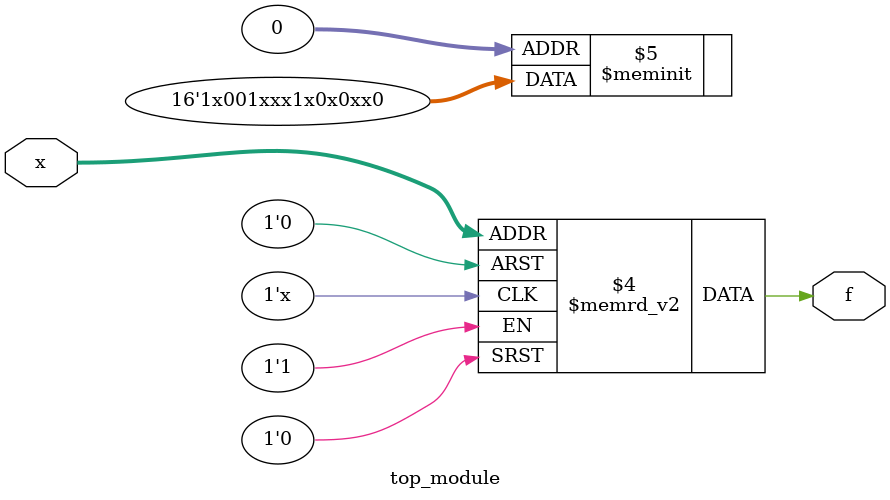
<source format=sv>
module top_module (
    input [4:1] x,
    output logic f
);

always_comb begin
    case ({x[4], x[3], x[2], x[1]})
        4'b0000, 4'b0011, 4'b1100, 4'b1101: f = 1'b0; // Don't care cases
        4'b0101: f = 1'b0;
        4'b0111: f = 1'b1;
        4'b1011, 4'b1111: f = 1'b1;
        default: f = 1'bx; // Impossible cases
    endcase
end

endmodule

</source>
